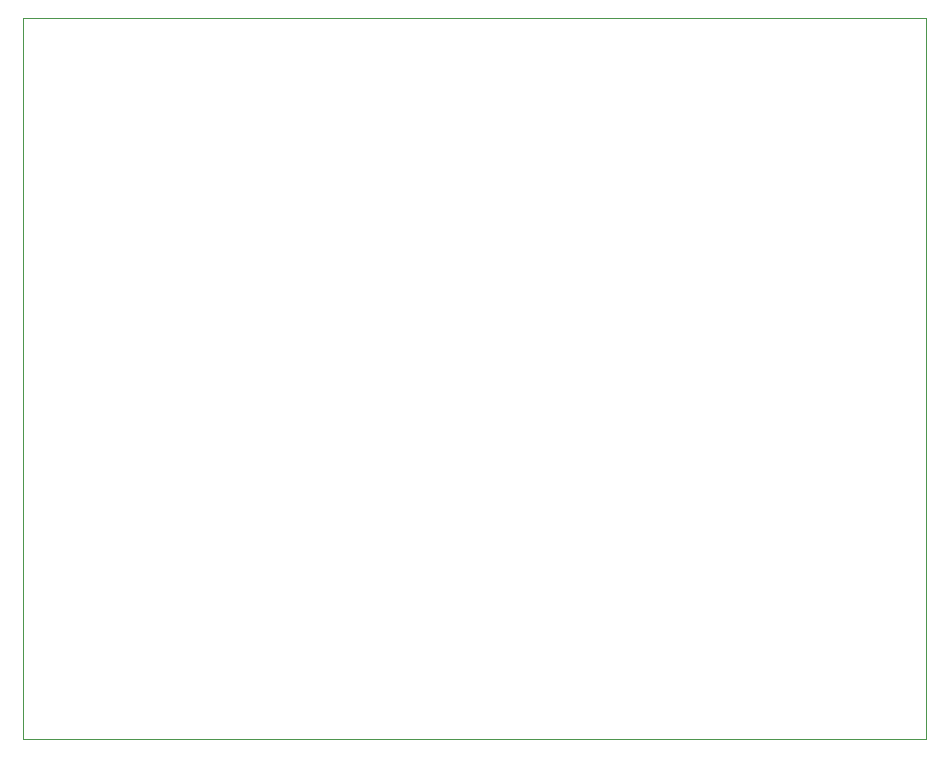
<source format=gbr>
%TF.GenerationSoftware,KiCad,Pcbnew,9.0.6*%
%TF.CreationDate,2026-01-05T22:14:00+01:00*%
%TF.ProjectId,Robofetz Mainboard,526f626f-6665-4747-9a20-4d61696e626f,rev?*%
%TF.SameCoordinates,Original*%
%TF.FileFunction,Profile,NP*%
%FSLAX46Y46*%
G04 Gerber Fmt 4.6, Leading zero omitted, Abs format (unit mm)*
G04 Created by KiCad (PCBNEW 9.0.6) date 2026-01-05 22:14:00*
%MOMM*%
%LPD*%
G01*
G04 APERTURE LIST*
%TA.AperFunction,Profile*%
%ADD10C,0.050000*%
%TD*%
G04 APERTURE END LIST*
D10*
X86700000Y-75200000D02*
X163200000Y-75200000D01*
X163200000Y-136200000D01*
X86700000Y-136200000D01*
X86700000Y-75200000D01*
M02*

</source>
